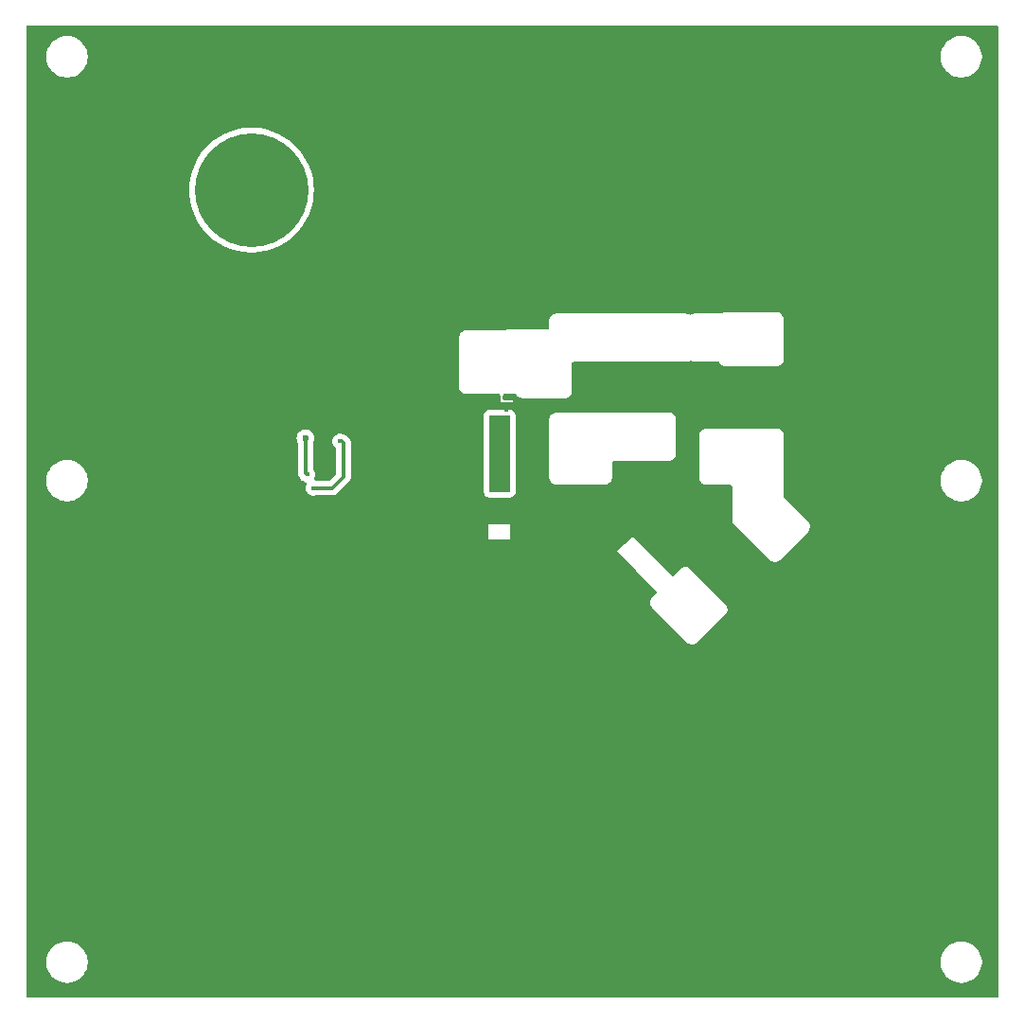
<source format=gbr>
%TF.GenerationSoftware,KiCad,Pcbnew,8.0.0*%
%TF.CreationDate,2024-04-09T17:14:46-07:00*%
%TF.ProjectId,phi2_50MHz_EPC2214,70686932-5f35-4304-9d48-7a5f45504332,rev?*%
%TF.SameCoordinates,Original*%
%TF.FileFunction,Copper,L2,Bot*%
%TF.FilePolarity,Positive*%
%FSLAX46Y46*%
G04 Gerber Fmt 4.6, Leading zero omitted, Abs format (unit mm)*
G04 Created by KiCad (PCBNEW 8.0.0) date 2024-04-09 17:14:46*
%MOMM*%
%LPD*%
G01*
G04 APERTURE LIST*
%TA.AperFunction,ComponentPad*%
%ADD10C,10.160000*%
%TD*%
%TA.AperFunction,ViaPad*%
%ADD11C,0.400000*%
%TD*%
%TA.AperFunction,ViaPad*%
%ADD12C,1.500000*%
%TD*%
%TA.AperFunction,ViaPad*%
%ADD13C,0.600000*%
%TD*%
%TA.AperFunction,ViaPad*%
%ADD14C,1.000000*%
%TD*%
%TA.AperFunction,ViaPad*%
%ADD15C,0.800000*%
%TD*%
%TA.AperFunction,Conductor*%
%ADD16C,0.300000*%
%TD*%
G04 APERTURE END LIST*
D10*
%TO.P,12 V,1,Pin_1*%
%TO.N,+12V*%
X21170000Y-15720000D03*
%TD*%
%TO.P,GND,1,Pin_1*%
%TO.N,GND*%
X42840000Y-20010000D03*
%TD*%
D11*
%TO.N,GND*%
X42030000Y-35050000D03*
X45040000Y-35660000D03*
D12*
X19720000Y-76070000D03*
X26720000Y-76070000D03*
X12720000Y-76070000D03*
X68720000Y-76070000D03*
X40720000Y-76070000D03*
X33720000Y-76070000D03*
X47720000Y-76070000D03*
X61720000Y-76070000D03*
X54720000Y-76070000D03*
X38120000Y-33920000D03*
X38220000Y-28820000D03*
X35470000Y-31320000D03*
X35470000Y-26370000D03*
X68620000Y-69170000D03*
X76205000Y-76200000D03*
D11*
X39320000Y-50325000D03*
X46420000Y-36420000D03*
X46420000Y-40620000D03*
X46420000Y-39220000D03*
X46420000Y-37820000D03*
X41260000Y-35070000D03*
D12*
X61320000Y-45970000D03*
X65560000Y-50560000D03*
X35420000Y-21470000D03*
X63320000Y-48410000D03*
X40620000Y-83180000D03*
X33620000Y-83180000D03*
X26620000Y-83180000D03*
X19620000Y-83180000D03*
X12620000Y-83180000D03*
X83205000Y-76200000D03*
X61620000Y-69170000D03*
X54620000Y-69170000D03*
X33620000Y-69170000D03*
X26620000Y-69170000D03*
X19620000Y-69170000D03*
X12620000Y-69170000D03*
X6205000Y-76200000D03*
X83205000Y-69200000D03*
X76205000Y-69200000D03*
X68620000Y-62170000D03*
X61620000Y-62170000D03*
X54620000Y-62170000D03*
X33620000Y-62170000D03*
X26620000Y-62170000D03*
X19620000Y-62170000D03*
X12620000Y-62170000D03*
X6205000Y-69200000D03*
X83205000Y-62200000D03*
X76205000Y-62200000D03*
X68620000Y-55170000D03*
X54620000Y-55170000D03*
X47620000Y-55170000D03*
X33620000Y-55170000D03*
X26620000Y-55170000D03*
X19620000Y-55170000D03*
X12620000Y-55170000D03*
X6205000Y-62200000D03*
X83205000Y-55200000D03*
X76205000Y-55200000D03*
X33620000Y-48170000D03*
X26620000Y-48170000D03*
X19620000Y-48170000D03*
X12620000Y-48170000D03*
X6205000Y-55200000D03*
X83205000Y-48200000D03*
X76205000Y-48200000D03*
X12620000Y-41170000D03*
X6205000Y-48200000D03*
X76205000Y-41200000D03*
X68620000Y-34170000D03*
X61620000Y-34170000D03*
X54620000Y-34170000D03*
X12620000Y-34170000D03*
X83205000Y-34200000D03*
X76205000Y-34200000D03*
X26620000Y-27170000D03*
X19620000Y-27170000D03*
X12620000Y-27170000D03*
X6205000Y-34200000D03*
X83205000Y-27200000D03*
X76205000Y-27200000D03*
X68620000Y-20170000D03*
X61620000Y-20170000D03*
X54620000Y-20170000D03*
X12620000Y-20170000D03*
X6205000Y-27200000D03*
X83205000Y-20200000D03*
X76205000Y-20200000D03*
X68620000Y-13170000D03*
X61620000Y-13170000D03*
X54620000Y-13170000D03*
X47620000Y-13170000D03*
X40620000Y-13170000D03*
X12620000Y-13170000D03*
X6205000Y-20200000D03*
X83205000Y-13200000D03*
X76205000Y-13200000D03*
X68620000Y-6170000D03*
X61620000Y-6170000D03*
X54620000Y-6170000D03*
X47620000Y-6170000D03*
X40620000Y-6170000D03*
X33620000Y-6170000D03*
X26620000Y-6170000D03*
X19620000Y-6170000D03*
X12620000Y-6170000D03*
X6205000Y-13200000D03*
X76205000Y-6200000D03*
D11*
X42780000Y-34230000D03*
X41290000Y-34290000D03*
%TO.N,+12V*%
X26150000Y-41180000D03*
D13*
X26010000Y-37930000D03*
%TO.N,GND*%
X25970000Y-33830000D03*
D14*
X49020000Y-42580000D03*
X50610000Y-42580000D03*
X52160000Y-42580000D03*
X60680000Y-41100000D03*
X60690000Y-39540000D03*
X60720000Y-38010000D03*
D12*
X49360000Y-46260000D03*
D11*
X42760000Y-35040000D03*
%TO.N,/G*%
X43280000Y-36300000D03*
D12*
%TO.N,GND*%
X58570000Y-41220000D03*
X55020000Y-41170000D03*
X38120000Y-31320000D03*
X38220000Y-26370000D03*
D11*
X45270000Y-40620000D03*
X45270000Y-39220000D03*
X45270000Y-37820000D03*
X45270000Y-36420000D03*
D12*
X59180000Y-43800000D03*
X46750000Y-44290000D03*
X40620000Y-43470000D03*
X51690000Y-31980000D03*
X35470000Y-33870000D03*
X35470000Y-28870000D03*
X35470000Y-23870000D03*
X26620000Y-23870000D03*
X19720000Y-23870000D03*
D15*
X45600000Y-34750000D03*
X46960000Y-34760000D03*
X48370000Y-34770000D03*
D11*
X44717653Y-34170000D03*
D13*
X37870000Y-39420000D03*
D11*
X40920000Y-49995000D03*
D14*
X41895000Y-67270000D03*
D11*
X41720000Y-55845000D03*
D13*
X35420000Y-37770000D03*
X24170000Y-40370000D03*
D14*
X46620000Y-61370000D03*
X51120000Y-48070000D03*
X54520000Y-51470000D03*
D13*
X39080000Y-59450000D03*
X33020000Y-37770000D03*
D14*
X59445000Y-48045000D03*
D13*
X33020000Y-23570000D03*
D11*
X41720000Y-55045000D03*
D13*
X22620000Y-43420000D03*
X33020000Y-21970000D03*
X33020000Y-24420000D03*
X28070000Y-40370000D03*
X33920000Y-37770000D03*
D14*
X46620000Y-66195000D03*
D13*
X36320000Y-37770000D03*
D14*
X51920000Y-47270000D03*
D13*
X33020000Y-25920000D03*
D14*
X58620000Y-47220000D03*
X55245000Y-43895000D03*
D13*
X23320000Y-43420000D03*
D11*
X43976666Y-35346266D03*
D14*
X33220000Y-16570000D03*
X58645000Y-48870000D03*
X55270000Y-52295000D03*
D11*
X42670000Y-58145000D03*
D13*
X28220000Y-36870000D03*
D11*
X43320000Y-53495000D03*
D14*
X40695000Y-61345000D03*
X40670000Y-67270000D03*
D13*
X28070000Y-39470000D03*
D14*
X46645000Y-67270000D03*
X35670000Y-16570000D03*
D13*
X31420000Y-37770000D03*
X27760000Y-35860000D03*
D14*
X56120000Y-51470000D03*
D13*
X30470000Y-37770000D03*
X24770000Y-43070000D03*
X42140000Y-59460000D03*
D14*
X40670000Y-66120000D03*
D13*
X25070000Y-40370000D03*
D14*
X56020000Y-44695000D03*
D11*
X45720000Y-49995000D03*
X44970000Y-53745000D03*
D13*
X20570000Y-43420000D03*
D11*
X43320000Y-49995000D03*
D13*
X33020000Y-26820000D03*
D14*
X40695000Y-62495000D03*
D13*
X28070000Y-41320000D03*
D11*
X24570000Y-38970000D03*
D14*
X41870000Y-61345000D03*
D11*
X47320000Y-50195000D03*
D14*
X46620000Y-62520000D03*
D13*
X21270000Y-43420000D03*
D14*
X45445000Y-67270000D03*
X51920000Y-48870000D03*
X54495000Y-44745000D03*
D11*
X42670000Y-57295000D03*
D13*
X33020000Y-21120000D03*
D11*
X40420000Y-57945000D03*
D14*
X45470000Y-61370000D03*
D11*
X41520000Y-53695000D03*
%TO.N,Net-(U1-SW)*%
X29095000Y-38220000D03*
X26720000Y-42370000D03*
%TO.N,/G*%
X44110000Y-40640000D03*
X44130000Y-37830000D03*
X44110000Y-39210000D03*
X42670000Y-37800000D03*
X42670000Y-39210000D03*
X42680000Y-40600000D03*
X44120000Y-36420000D03*
X42660000Y-36410000D03*
%TD*%
D16*
%TO.N,+12V*%
X26010000Y-41040000D02*
X26010000Y-37930000D01*
X26150000Y-41180000D02*
X26010000Y-41040000D01*
%TO.N,Net-(U1-SW)*%
X29420000Y-41370000D02*
X29420000Y-38370000D01*
X29420000Y-38370000D02*
X29270000Y-38220000D01*
X29270000Y-38220000D02*
X29095000Y-38220000D01*
X28420000Y-42370000D02*
X29420000Y-41370000D01*
X26720000Y-42370000D02*
X28420000Y-42370000D01*
%TD*%
%TA.AperFunction,Conductor*%
%TO.N,/G*%
G36*
X44253039Y-35879685D02*
G01*
X44298794Y-35932489D01*
X44310000Y-35984000D01*
X44310000Y-42616000D01*
X44290315Y-42683039D01*
X44237511Y-42728794D01*
X44186000Y-42740000D01*
X42554000Y-42740000D01*
X42486961Y-42720315D01*
X42441206Y-42667511D01*
X42430000Y-42616000D01*
X42430000Y-35984000D01*
X42449685Y-35916961D01*
X42502489Y-35871206D01*
X42554000Y-35860000D01*
X44186000Y-35860000D01*
X44253039Y-35879685D01*
G37*
%TD.AperFunction*%
%TD*%
%TA.AperFunction,Conductor*%
%TO.N,GND*%
G36*
X87947539Y-1020185D02*
G01*
X87993294Y-1072989D01*
X88004500Y-1124500D01*
X88004500Y-87875500D01*
X87984815Y-87942539D01*
X87932011Y-87988294D01*
X87880500Y-87999500D01*
X1129500Y-87999500D01*
X1062461Y-87979815D01*
X1016706Y-87927011D01*
X1005500Y-87875500D01*
X1005500Y-84921288D01*
X2819500Y-84921288D01*
X2851161Y-85161785D01*
X2913947Y-85396104D01*
X3006773Y-85620205D01*
X3006776Y-85620212D01*
X3128064Y-85830289D01*
X3128066Y-85830292D01*
X3128067Y-85830293D01*
X3275733Y-86022736D01*
X3275739Y-86022743D01*
X3447256Y-86194260D01*
X3447262Y-86194265D01*
X3639711Y-86341936D01*
X3849788Y-86463224D01*
X4073900Y-86556054D01*
X4308211Y-86618838D01*
X4488586Y-86642584D01*
X4548711Y-86650500D01*
X4548712Y-86650500D01*
X4791289Y-86650500D01*
X4839388Y-86644167D01*
X5031789Y-86618838D01*
X5266100Y-86556054D01*
X5490212Y-86463224D01*
X5700289Y-86341936D01*
X5892738Y-86194265D01*
X6064265Y-86022738D01*
X6211936Y-85830289D01*
X6333224Y-85620212D01*
X6426054Y-85396100D01*
X6488838Y-85161789D01*
X6520500Y-84921288D01*
X82819500Y-84921288D01*
X82851161Y-85161785D01*
X82913947Y-85396104D01*
X83006773Y-85620205D01*
X83006776Y-85620212D01*
X83128064Y-85830289D01*
X83128066Y-85830292D01*
X83128067Y-85830293D01*
X83275733Y-86022736D01*
X83275739Y-86022743D01*
X83447256Y-86194260D01*
X83447262Y-86194265D01*
X83639711Y-86341936D01*
X83849788Y-86463224D01*
X84073900Y-86556054D01*
X84308211Y-86618838D01*
X84488586Y-86642584D01*
X84548711Y-86650500D01*
X84548712Y-86650500D01*
X84791289Y-86650500D01*
X84839388Y-86644167D01*
X85031789Y-86618838D01*
X85266100Y-86556054D01*
X85490212Y-86463224D01*
X85700289Y-86341936D01*
X85892738Y-86194265D01*
X86064265Y-86022738D01*
X86211936Y-85830289D01*
X86333224Y-85620212D01*
X86426054Y-85396100D01*
X86488838Y-85161789D01*
X86520500Y-84921288D01*
X86520500Y-84678712D01*
X86488838Y-84438211D01*
X86426054Y-84203900D01*
X86333224Y-83979788D01*
X86211936Y-83769711D01*
X86064265Y-83577262D01*
X86064260Y-83577256D01*
X85892743Y-83405739D01*
X85892736Y-83405733D01*
X85700293Y-83258067D01*
X85700292Y-83258066D01*
X85700289Y-83258064D01*
X85490212Y-83136776D01*
X85490205Y-83136773D01*
X85266104Y-83043947D01*
X85031785Y-82981161D01*
X84791289Y-82949500D01*
X84791288Y-82949500D01*
X84548712Y-82949500D01*
X84548711Y-82949500D01*
X84308214Y-82981161D01*
X84073895Y-83043947D01*
X83849794Y-83136773D01*
X83849785Y-83136777D01*
X83639706Y-83258067D01*
X83447263Y-83405733D01*
X83447256Y-83405739D01*
X83275739Y-83577256D01*
X83275733Y-83577263D01*
X83128067Y-83769706D01*
X83006777Y-83979785D01*
X83006773Y-83979794D01*
X82913947Y-84203895D01*
X82851161Y-84438214D01*
X82819500Y-84678711D01*
X82819500Y-84921288D01*
X6520500Y-84921288D01*
X6520500Y-84678712D01*
X6488838Y-84438211D01*
X6426054Y-84203900D01*
X6333224Y-83979788D01*
X6211936Y-83769711D01*
X6064265Y-83577262D01*
X6064260Y-83577256D01*
X5892743Y-83405739D01*
X5892736Y-83405733D01*
X5700293Y-83258067D01*
X5700292Y-83258066D01*
X5700289Y-83258064D01*
X5490212Y-83136776D01*
X5490205Y-83136773D01*
X5266104Y-83043947D01*
X5031785Y-82981161D01*
X4791289Y-82949500D01*
X4791288Y-82949500D01*
X4548712Y-82949500D01*
X4548711Y-82949500D01*
X4308214Y-82981161D01*
X4073895Y-83043947D01*
X3849794Y-83136773D01*
X3849785Y-83136777D01*
X3639706Y-83258067D01*
X3447263Y-83405733D01*
X3447256Y-83405739D01*
X3275739Y-83577256D01*
X3275733Y-83577263D01*
X3128067Y-83769706D01*
X3006777Y-83979785D01*
X3006773Y-83979794D01*
X2913947Y-84203895D01*
X2851161Y-84438214D01*
X2819500Y-84678711D01*
X2819500Y-84921288D01*
X1005500Y-84921288D01*
X1005500Y-48020001D01*
X53870000Y-48020001D01*
X57364377Y-51612811D01*
X57397008Y-51674593D01*
X57391056Y-51744209D01*
X57363168Y-51786947D01*
X57000242Y-52149873D01*
X57000225Y-52149891D01*
X56932438Y-52234009D01*
X56932434Y-52234014D01*
X56903926Y-52278371D01*
X56855552Y-52375012D01*
X56855548Y-52375023D01*
X56824969Y-52515595D01*
X56824968Y-52515607D01*
X56819984Y-52585299D01*
X56830248Y-52728810D01*
X56880530Y-52863619D01*
X56914015Y-52924942D01*
X57000239Y-53040123D01*
X57000243Y-53040127D01*
X57000248Y-53040133D01*
X60149873Y-56189757D01*
X60149891Y-56189774D01*
X60234009Y-56257561D01*
X60234019Y-56257569D01*
X60278366Y-56286070D01*
X60278371Y-56286073D01*
X60325113Y-56309470D01*
X60375015Y-56334449D01*
X60375021Y-56334450D01*
X60375023Y-56334451D01*
X60515595Y-56365030D01*
X60515599Y-56365030D01*
X60515607Y-56365032D01*
X60576576Y-56369392D01*
X60585297Y-56370016D01*
X60585299Y-56370016D01*
X60585300Y-56370016D01*
X60594878Y-56369330D01*
X60728810Y-56359752D01*
X60863619Y-56309470D01*
X60924942Y-56275985D01*
X61040123Y-56189761D01*
X63564761Y-53665123D01*
X63564767Y-53665114D01*
X63564774Y-53665108D01*
X63602033Y-53618872D01*
X63632569Y-53580981D01*
X63661070Y-53536634D01*
X63709449Y-53439985D01*
X63740032Y-53299393D01*
X63745016Y-53229701D01*
X63734752Y-53086190D01*
X63684470Y-52951381D01*
X63650985Y-52890058D01*
X63564761Y-52774877D01*
X63564756Y-52774872D01*
X63564751Y-52774866D01*
X60415126Y-49625242D01*
X60415108Y-49625225D01*
X60330990Y-49557438D01*
X60330985Y-49557434D01*
X60330983Y-49557433D01*
X60330981Y-49557431D01*
X60286634Y-49528930D01*
X60286635Y-49528930D01*
X60286628Y-49528926D01*
X60189987Y-49480552D01*
X60189986Y-49480551D01*
X60189985Y-49480551D01*
X60189983Y-49480550D01*
X60189976Y-49480548D01*
X60049404Y-49449969D01*
X60049393Y-49449968D01*
X60026162Y-49448306D01*
X59979703Y-49444984D01*
X59979700Y-49444984D01*
X59836189Y-49455248D01*
X59701385Y-49505528D01*
X59640060Y-49539013D01*
X59524878Y-49625238D01*
X59524866Y-49625248D01*
X58938493Y-50211621D01*
X58877170Y-50245106D01*
X58807478Y-50240122D01*
X58762520Y-50211006D01*
X55320000Y-46720000D01*
X53870000Y-48020000D01*
X53870000Y-48020001D01*
X1005500Y-48020001D01*
X1005500Y-45605000D01*
X42380000Y-45605000D01*
X42380000Y-47005000D01*
X44310000Y-47005000D01*
X44310000Y-45605000D01*
X42380000Y-45605000D01*
X1005500Y-45605000D01*
X1005500Y-41841288D01*
X2819500Y-41841288D01*
X2851161Y-42081785D01*
X2913947Y-42316104D01*
X2936272Y-42370000D01*
X3006776Y-42540212D01*
X3128064Y-42750289D01*
X3128066Y-42750292D01*
X3128067Y-42750293D01*
X3275733Y-42942736D01*
X3275739Y-42942743D01*
X3447256Y-43114260D01*
X3447263Y-43114266D01*
X3488058Y-43145569D01*
X3639711Y-43261936D01*
X3849788Y-43383224D01*
X4073900Y-43476054D01*
X4308211Y-43538838D01*
X4488586Y-43562584D01*
X4548711Y-43570500D01*
X4548712Y-43570500D01*
X4791289Y-43570500D01*
X4839388Y-43564167D01*
X5031789Y-43538838D01*
X5266100Y-43476054D01*
X5490212Y-43383224D01*
X5700289Y-43261936D01*
X5892738Y-43114265D01*
X6064265Y-42942738D01*
X6211936Y-42750289D01*
X6333224Y-42540212D01*
X6426054Y-42316100D01*
X6488838Y-42081789D01*
X6520500Y-41841288D01*
X6520500Y-41598712D01*
X6518690Y-41584967D01*
X6508903Y-41510625D01*
X6488838Y-41358211D01*
X6426054Y-41123900D01*
X6333224Y-40899788D01*
X6211936Y-40689711D01*
X6064265Y-40497262D01*
X6064260Y-40497256D01*
X5892743Y-40325739D01*
X5892736Y-40325733D01*
X5700293Y-40178067D01*
X5700292Y-40178066D01*
X5700289Y-40178064D01*
X5490212Y-40056776D01*
X5490205Y-40056773D01*
X5266104Y-39963947D01*
X5031785Y-39901161D01*
X4791289Y-39869500D01*
X4791288Y-39869500D01*
X4548712Y-39869500D01*
X4548711Y-39869500D01*
X4308214Y-39901161D01*
X4073895Y-39963947D01*
X3849794Y-40056773D01*
X3849785Y-40056777D01*
X3639706Y-40178067D01*
X3447263Y-40325733D01*
X3447256Y-40325739D01*
X3275739Y-40497256D01*
X3275733Y-40497263D01*
X3128067Y-40689706D01*
X3006777Y-40899785D01*
X3006773Y-40899794D01*
X2913947Y-41123895D01*
X2851161Y-41358214D01*
X2819500Y-41598711D01*
X2819500Y-41841288D01*
X1005500Y-41841288D01*
X1005500Y-37930003D01*
X25204435Y-37930003D01*
X25224630Y-38109249D01*
X25224631Y-38109254D01*
X25284211Y-38279524D01*
X25340493Y-38369094D01*
X25359500Y-38435067D01*
X25359500Y-41104071D01*
X25374604Y-41180000D01*
X25374604Y-41180001D01*
X25384497Y-41229736D01*
X25384499Y-41229744D01*
X25433535Y-41348129D01*
X25497484Y-41443835D01*
X25510323Y-41468752D01*
X25525182Y-41507930D01*
X25621817Y-41647929D01*
X25702604Y-41719500D01*
X25749150Y-41760736D01*
X25899774Y-41839790D01*
X25942067Y-41850214D01*
X26013128Y-41867728D01*
X26073508Y-41902884D01*
X26105297Y-41965103D01*
X26098402Y-42034631D01*
X26096202Y-42039379D01*
X26034860Y-42201125D01*
X26034859Y-42201130D01*
X26014355Y-42370000D01*
X26034859Y-42538869D01*
X26034860Y-42538874D01*
X26095182Y-42697931D01*
X26148357Y-42774967D01*
X26191817Y-42837929D01*
X26297505Y-42931560D01*
X26319150Y-42950736D01*
X26467428Y-43028558D01*
X26469775Y-43029790D01*
X26634944Y-43070500D01*
X26805056Y-43070500D01*
X26970225Y-43029790D01*
X26970230Y-43029787D01*
X26973473Y-43028558D01*
X27017445Y-43020500D01*
X28484071Y-43020500D01*
X28594481Y-42998537D01*
X28609744Y-42995501D01*
X28728127Y-42946465D01*
X28733698Y-42942743D01*
X28733707Y-42942737D01*
X28831336Y-42877504D01*
X28834669Y-42875277D01*
X29093946Y-42616000D01*
X41924500Y-42616000D01*
X41924501Y-42616009D01*
X41936052Y-42723450D01*
X41936054Y-42723462D01*
X41947260Y-42774972D01*
X41981383Y-42877497D01*
X41981386Y-42877503D01*
X42059171Y-42998537D01*
X42059179Y-42998548D01*
X42104923Y-43051340D01*
X42104926Y-43051343D01*
X42104930Y-43051347D01*
X42213664Y-43145567D01*
X42213667Y-43145568D01*
X42213668Y-43145569D01*
X42307925Y-43188616D01*
X42344541Y-43205338D01*
X42411580Y-43225023D01*
X42411584Y-43225024D01*
X42554000Y-43245500D01*
X42554003Y-43245500D01*
X44185990Y-43245500D01*
X44186000Y-43245500D01*
X44293456Y-43233947D01*
X44344967Y-43222741D01*
X44379197Y-43211347D01*
X44447497Y-43188616D01*
X44447501Y-43188613D01*
X44447504Y-43188613D01*
X44568543Y-43110825D01*
X44621347Y-43065070D01*
X44715567Y-42956336D01*
X44775338Y-42825459D01*
X44795023Y-42758420D01*
X44795024Y-42758416D01*
X44815500Y-42616000D01*
X44815500Y-40648699D01*
X44815645Y-40646301D01*
X44815645Y-40633713D01*
X44815500Y-40631312D01*
X44815500Y-39378640D01*
X47794500Y-39378640D01*
X47797397Y-39432688D01*
X47797397Y-39432689D01*
X47800228Y-39459013D01*
X47800231Y-39459040D01*
X47802903Y-39475522D01*
X47804500Y-39495361D01*
X47804500Y-41426000D01*
X47804501Y-41426009D01*
X47816052Y-41533450D01*
X47816054Y-41533462D01*
X47827260Y-41584972D01*
X47861383Y-41687497D01*
X47861386Y-41687503D01*
X47939171Y-41808537D01*
X47939179Y-41808548D01*
X47984923Y-41861340D01*
X47984926Y-41861343D01*
X47984930Y-41861347D01*
X48093664Y-41955567D01*
X48093667Y-41955568D01*
X48093668Y-41955569D01*
X48214098Y-42010569D01*
X48224541Y-42015338D01*
X48291580Y-42035023D01*
X48291584Y-42035024D01*
X48434000Y-42055500D01*
X48434003Y-42055500D01*
X52795990Y-42055500D01*
X52796000Y-42055500D01*
X52903456Y-42043947D01*
X52954967Y-42032741D01*
X52989197Y-42021347D01*
X53057497Y-41998616D01*
X53057501Y-41998613D01*
X53057504Y-41998613D01*
X53178543Y-41920825D01*
X53231347Y-41875070D01*
X53325567Y-41766336D01*
X53385338Y-41635459D01*
X53405023Y-41568420D01*
X53405024Y-41568416D01*
X53417592Y-41481000D01*
X61239500Y-41481000D01*
X61239501Y-41481009D01*
X61251052Y-41588450D01*
X61251054Y-41588462D01*
X61262260Y-41639972D01*
X61296383Y-41742497D01*
X61296386Y-41742503D01*
X61374171Y-41863537D01*
X61374179Y-41863548D01*
X61419923Y-41916340D01*
X61419926Y-41916343D01*
X61419930Y-41916347D01*
X61528664Y-42010567D01*
X61528667Y-42010568D01*
X61528668Y-42010569D01*
X61627046Y-42055498D01*
X61659541Y-42070338D01*
X61726580Y-42090023D01*
X61726584Y-42090024D01*
X61869000Y-42110500D01*
X64040500Y-42110500D01*
X64107539Y-42130185D01*
X64153294Y-42182989D01*
X64164500Y-42234500D01*
X64164500Y-45193640D01*
X64167397Y-45247688D01*
X64167397Y-45247689D01*
X64170229Y-45274022D01*
X64170232Y-45274049D01*
X64178885Y-45327449D01*
X64178886Y-45327450D01*
X64229167Y-45462256D01*
X64235847Y-45474489D01*
X64235852Y-45474499D01*
X64262648Y-45523573D01*
X64262649Y-45523574D01*
X64262652Y-45523579D01*
X64348877Y-45638761D01*
X64348881Y-45638765D01*
X64348886Y-45638771D01*
X67524873Y-48814757D01*
X67524891Y-48814774D01*
X67609009Y-48882561D01*
X67609019Y-48882569D01*
X67653366Y-48911070D01*
X67653371Y-48911073D01*
X67700113Y-48934470D01*
X67750015Y-48959449D01*
X67750021Y-48959450D01*
X67750023Y-48959451D01*
X67890595Y-48990030D01*
X67890599Y-48990030D01*
X67890607Y-48990032D01*
X67951576Y-48994392D01*
X67960297Y-48995016D01*
X67960299Y-48995016D01*
X67960300Y-48995016D01*
X67969878Y-48994330D01*
X68103810Y-48984752D01*
X68238619Y-48934470D01*
X68299942Y-48900985D01*
X68415123Y-48814761D01*
X70939761Y-46290123D01*
X70939767Y-46290114D01*
X70939774Y-46290108D01*
X70977033Y-46243872D01*
X71007569Y-46205981D01*
X71036070Y-46161634D01*
X71084449Y-46064985D01*
X71115032Y-45924393D01*
X71120016Y-45854701D01*
X71109752Y-45711190D01*
X71059470Y-45576381D01*
X71025985Y-45515058D01*
X70939761Y-45399877D01*
X70939756Y-45399872D01*
X70939751Y-45399866D01*
X68836819Y-43296934D01*
X68803334Y-43235611D01*
X68800500Y-43209253D01*
X68800500Y-41841288D01*
X82819500Y-41841288D01*
X82851161Y-42081785D01*
X82913947Y-42316104D01*
X82936272Y-42370000D01*
X83006776Y-42540212D01*
X83128064Y-42750289D01*
X83128066Y-42750292D01*
X83128067Y-42750293D01*
X83275733Y-42942736D01*
X83275739Y-42942743D01*
X83447256Y-43114260D01*
X83447263Y-43114266D01*
X83488058Y-43145569D01*
X83639711Y-43261936D01*
X83849788Y-43383224D01*
X84073900Y-43476054D01*
X84308211Y-43538838D01*
X84488586Y-43562584D01*
X84548711Y-43570500D01*
X84548712Y-43570500D01*
X84791289Y-43570500D01*
X84839388Y-43564167D01*
X85031789Y-43538838D01*
X85266100Y-43476054D01*
X85490212Y-43383224D01*
X85700289Y-43261936D01*
X85892738Y-43114265D01*
X86064265Y-42942738D01*
X86211936Y-42750289D01*
X86333224Y-42540212D01*
X86426054Y-42316100D01*
X86488838Y-42081789D01*
X86520500Y-41841288D01*
X86520500Y-41598712D01*
X86518690Y-41584967D01*
X86508903Y-41510625D01*
X86488838Y-41358211D01*
X86426054Y-41123900D01*
X86333224Y-40899788D01*
X86211936Y-40689711D01*
X86064265Y-40497262D01*
X86064260Y-40497256D01*
X85892743Y-40325739D01*
X85892736Y-40325733D01*
X85700293Y-40178067D01*
X85700292Y-40178066D01*
X85700289Y-40178064D01*
X85490212Y-40056776D01*
X85490205Y-40056773D01*
X85266104Y-39963947D01*
X85031785Y-39901161D01*
X84791289Y-39869500D01*
X84791288Y-39869500D01*
X84548712Y-39869500D01*
X84548711Y-39869500D01*
X84308214Y-39901161D01*
X84073895Y-39963947D01*
X83849794Y-40056773D01*
X83849785Y-40056777D01*
X83639706Y-40178067D01*
X83447263Y-40325733D01*
X83447256Y-40325739D01*
X83275739Y-40497256D01*
X83275733Y-40497263D01*
X83128067Y-40689706D01*
X83006777Y-40899785D01*
X83006773Y-40899794D01*
X82913947Y-41123895D01*
X82851161Y-41358214D01*
X82819500Y-41598711D01*
X82819500Y-41841288D01*
X68800500Y-41841288D01*
X68800500Y-37694010D01*
X68800500Y-37694000D01*
X68788947Y-37586544D01*
X68777741Y-37535033D01*
X68743612Y-37432494D01*
X68665823Y-37311454D01*
X68660018Y-37304755D01*
X68660015Y-37304751D01*
X68620068Y-37258650D01*
X68620066Y-37258648D01*
X68511336Y-37164433D01*
X68380462Y-37104663D01*
X68313417Y-37084976D01*
X68251347Y-37076052D01*
X68171000Y-37064500D01*
X61869000Y-37064500D01*
X61868991Y-37064500D01*
X61868990Y-37064501D01*
X61761549Y-37076052D01*
X61761537Y-37076054D01*
X61710027Y-37087260D01*
X61607502Y-37121383D01*
X61607496Y-37121386D01*
X61486462Y-37199171D01*
X61486451Y-37199179D01*
X61433659Y-37244923D01*
X61339433Y-37353664D01*
X61339430Y-37353668D01*
X61279664Y-37484534D01*
X61259976Y-37551582D01*
X61254949Y-37586549D01*
X61239500Y-37694000D01*
X61239500Y-41481000D01*
X53417592Y-41481000D01*
X53425500Y-41426000D01*
X53425500Y-40069500D01*
X53445185Y-40002461D01*
X53497989Y-39956706D01*
X53549500Y-39945500D01*
X58515990Y-39945500D01*
X58516000Y-39945500D01*
X58623456Y-39933947D01*
X58674967Y-39922741D01*
X58709197Y-39911347D01*
X58777497Y-39888616D01*
X58777501Y-39888613D01*
X58777504Y-39888613D01*
X58898543Y-39810825D01*
X58951347Y-39765070D01*
X59045567Y-39656336D01*
X59105338Y-39525459D01*
X59125023Y-39458420D01*
X59125024Y-39458416D01*
X59145500Y-39316000D01*
X59145500Y-36264000D01*
X59133947Y-36156544D01*
X59122741Y-36105033D01*
X59122637Y-36104722D01*
X59088616Y-36002502D01*
X59088613Y-36002496D01*
X59010828Y-35881462D01*
X59010825Y-35881457D01*
X58976275Y-35841584D01*
X58965076Y-35828659D01*
X58965072Y-35828656D01*
X58965070Y-35828653D01*
X58856336Y-35734433D01*
X58856333Y-35734431D01*
X58856331Y-35734430D01*
X58725465Y-35674664D01*
X58725460Y-35674662D01*
X58725459Y-35674662D01*
X58658420Y-35654977D01*
X58658422Y-35654977D01*
X58658417Y-35654976D01*
X58596347Y-35646052D01*
X58516000Y-35634500D01*
X48424000Y-35634500D01*
X48423991Y-35634500D01*
X48423990Y-35634501D01*
X48316549Y-35646052D01*
X48316537Y-35646054D01*
X48265027Y-35657260D01*
X48162502Y-35691383D01*
X48162496Y-35691386D01*
X48041462Y-35769171D01*
X48041451Y-35769179D01*
X47988659Y-35814923D01*
X47894433Y-35923664D01*
X47894430Y-35923668D01*
X47834664Y-36054534D01*
X47814976Y-36121582D01*
X47809949Y-36156549D01*
X47794502Y-36263990D01*
X47794500Y-36264001D01*
X47794500Y-39378640D01*
X44815500Y-39378640D01*
X44815500Y-39218699D01*
X44815645Y-39216301D01*
X44815645Y-39203713D01*
X44815500Y-39201312D01*
X44815500Y-38003408D01*
X44816404Y-37988461D01*
X44823502Y-37930003D01*
X44835645Y-37830000D01*
X44816404Y-37671537D01*
X44815500Y-37656590D01*
X44815500Y-36511051D01*
X44816404Y-36496104D01*
X44825645Y-36420000D01*
X44816404Y-36343893D01*
X44815500Y-36328947D01*
X44815500Y-35984010D01*
X44815500Y-35984000D01*
X44803947Y-35876544D01*
X44792741Y-35825033D01*
X44789376Y-35814923D01*
X44758616Y-35722502D01*
X44758613Y-35722496D01*
X44727873Y-35674664D01*
X44680825Y-35601457D01*
X44680820Y-35601451D01*
X44635076Y-35548659D01*
X44635072Y-35548656D01*
X44635070Y-35548653D01*
X44526336Y-35454433D01*
X44526333Y-35454431D01*
X44526331Y-35454430D01*
X44395465Y-35394664D01*
X44395460Y-35394662D01*
X44395459Y-35394662D01*
X44328420Y-35374977D01*
X44328422Y-35374977D01*
X44328417Y-35374976D01*
X44266347Y-35366052D01*
X44186000Y-35354500D01*
X42554000Y-35354500D01*
X42553991Y-35354500D01*
X42553990Y-35354501D01*
X42446549Y-35366052D01*
X42446537Y-35366054D01*
X42395027Y-35377260D01*
X42292502Y-35411383D01*
X42292496Y-35411386D01*
X42171462Y-35489171D01*
X42171451Y-35489179D01*
X42118659Y-35534923D01*
X42024433Y-35643664D01*
X42024430Y-35643668D01*
X41964664Y-35774534D01*
X41944976Y-35841582D01*
X41933175Y-35923664D01*
X41924500Y-35984000D01*
X41924500Y-42616000D01*
X29093946Y-42616000D01*
X29925277Y-41784669D01*
X29996466Y-41678126D01*
X30029360Y-41598712D01*
X30045501Y-41559744D01*
X30066319Y-41455087D01*
X30070500Y-41434071D01*
X30070500Y-38305928D01*
X30045502Y-38180261D01*
X30045501Y-38180260D01*
X30045501Y-38180256D01*
X29996465Y-38061873D01*
X29925277Y-37955331D01*
X29925275Y-37955329D01*
X29925273Y-37955326D01*
X29684673Y-37714726D01*
X29653669Y-37694010D01*
X29578127Y-37643535D01*
X29459744Y-37594499D01*
X29459742Y-37594498D01*
X29459737Y-37594496D01*
X29398108Y-37582238D01*
X29364672Y-37570417D01*
X29345224Y-37560209D01*
X29180056Y-37519500D01*
X29009944Y-37519500D01*
X28844773Y-37560210D01*
X28694150Y-37639263D01*
X28566816Y-37752072D01*
X28470182Y-37892068D01*
X28409860Y-38051125D01*
X28409859Y-38051130D01*
X28389355Y-38220000D01*
X28409859Y-38388869D01*
X28409860Y-38388874D01*
X28470182Y-38547931D01*
X28532475Y-38638177D01*
X28566817Y-38687929D01*
X28694148Y-38800734D01*
X28703124Y-38805445D01*
X28753337Y-38854027D01*
X28769500Y-38915242D01*
X28769500Y-41049192D01*
X28749815Y-41116231D01*
X28733181Y-41136873D01*
X28186873Y-41683181D01*
X28125550Y-41716666D01*
X28099192Y-41719500D01*
X27017445Y-41719500D01*
X26973473Y-41711442D01*
X26970223Y-41710209D01*
X26856871Y-41682271D01*
X26796490Y-41647115D01*
X26764702Y-41584896D01*
X26771598Y-41515367D01*
X26773795Y-41510625D01*
X26774815Y-41507932D01*
X26774818Y-41507930D01*
X26835140Y-41348872D01*
X26855645Y-41180000D01*
X26835140Y-41011128D01*
X26774818Y-40852070D01*
X26774817Y-40852068D01*
X26682450Y-40718252D01*
X26660567Y-40651898D01*
X26660500Y-40647812D01*
X26660500Y-38435067D01*
X26679507Y-38369094D01*
X26735788Y-38279524D01*
X26735789Y-38279522D01*
X26795368Y-38109255D01*
X26801917Y-38051130D01*
X26815565Y-37930003D01*
X26815565Y-37929996D01*
X26795369Y-37750750D01*
X26795368Y-37750745D01*
X26782763Y-37714723D01*
X26735789Y-37580478D01*
X26717632Y-37551582D01*
X26642804Y-37432494D01*
X26639816Y-37427738D01*
X26512262Y-37300184D01*
X26504858Y-37295532D01*
X26359523Y-37204211D01*
X26189254Y-37144631D01*
X26189249Y-37144630D01*
X26010004Y-37124435D01*
X26009996Y-37124435D01*
X25830750Y-37144630D01*
X25830745Y-37144631D01*
X25660476Y-37204211D01*
X25507737Y-37300184D01*
X25380184Y-37427737D01*
X25284211Y-37580476D01*
X25224631Y-37750745D01*
X25224630Y-37750750D01*
X25204435Y-37929996D01*
X25204435Y-37930003D01*
X1005500Y-37930003D01*
X1005500Y-33336000D01*
X39744500Y-33336000D01*
X39744501Y-33336009D01*
X39756052Y-33443450D01*
X39756054Y-33443462D01*
X39767260Y-33494972D01*
X39801383Y-33597497D01*
X39801386Y-33597503D01*
X39879171Y-33718537D01*
X39879179Y-33718548D01*
X39924923Y-33771340D01*
X39924926Y-33771343D01*
X39924930Y-33771347D01*
X40033664Y-33865567D01*
X40033667Y-33865568D01*
X40033668Y-33865569D01*
X40153222Y-33920169D01*
X40164541Y-33925338D01*
X40231580Y-33945023D01*
X40231584Y-33945024D01*
X40374000Y-33965500D01*
X43296000Y-33965500D01*
X43363039Y-33985185D01*
X43408794Y-34037989D01*
X43420000Y-34089500D01*
X43420000Y-34730000D01*
X43583930Y-34730000D01*
X43625686Y-34742261D01*
X43647553Y-34742261D01*
X44527553Y-34742261D01*
X44527553Y-34502261D01*
X43784000Y-34502261D01*
X43716961Y-34482576D01*
X43671206Y-34429772D01*
X43660000Y-34378261D01*
X43660000Y-34089500D01*
X43679685Y-34022461D01*
X43732489Y-33976706D01*
X43784000Y-33965500D01*
X44734145Y-33965500D01*
X44801184Y-33985185D01*
X44817998Y-33998885D01*
X44818249Y-33998603D01*
X44853416Y-34029759D01*
X44873238Y-34052133D01*
X44878160Y-34059264D01*
X44942236Y-34134966D01*
X44942242Y-34134972D01*
X44976989Y-34168674D01*
X44976992Y-34168677D01*
X44977000Y-34168684D01*
X45054637Y-34230427D01*
X45185373Y-34290508D01*
X45252366Y-34310352D01*
X45394730Y-34331167D01*
X49171555Y-34340160D01*
X49189499Y-34340203D01*
X49189499Y-34340202D01*
X49189501Y-34340203D01*
X49297577Y-34328778D01*
X49349383Y-34317572D01*
X49452504Y-34283317D01*
X49573543Y-34205529D01*
X49626347Y-34159774D01*
X49720567Y-34051040D01*
X49780338Y-33920163D01*
X49800023Y-33853124D01*
X49800024Y-33853120D01*
X49820500Y-33710704D01*
X49820500Y-31224500D01*
X49840185Y-31157461D01*
X49892989Y-31111706D01*
X49944500Y-31100500D01*
X60095990Y-31100500D01*
X60096000Y-31100500D01*
X60203456Y-31088947D01*
X60254967Y-31077741D01*
X60289197Y-31066347D01*
X60357497Y-31043616D01*
X60357498Y-31043615D01*
X60357498Y-31043614D01*
X60357504Y-31043613D01*
X60425442Y-30999950D01*
X60492479Y-30980267D01*
X60543991Y-30991472D01*
X60640041Y-31035338D01*
X60707080Y-31055023D01*
X60707084Y-31055024D01*
X60849500Y-31075500D01*
X62933110Y-31075500D01*
X63000149Y-31095185D01*
X63037425Y-31132460D01*
X63099170Y-31228537D01*
X63099179Y-31228548D01*
X63144923Y-31281340D01*
X63144926Y-31281343D01*
X63144930Y-31281347D01*
X63253664Y-31375567D01*
X63253667Y-31375568D01*
X63253668Y-31375569D01*
X63347925Y-31418616D01*
X63384541Y-31435338D01*
X63451580Y-31455023D01*
X63451584Y-31455024D01*
X63594000Y-31475500D01*
X63594003Y-31475500D01*
X68145990Y-31475500D01*
X68146000Y-31475500D01*
X68253456Y-31463947D01*
X68304967Y-31452741D01*
X68339197Y-31441347D01*
X68407497Y-31418616D01*
X68407501Y-31418613D01*
X68407504Y-31418613D01*
X68528543Y-31340825D01*
X68581347Y-31295070D01*
X68675567Y-31186336D01*
X68735338Y-31055459D01*
X68755023Y-30988420D01*
X68755024Y-30988416D01*
X68775500Y-30846000D01*
X68775500Y-27269000D01*
X68763947Y-27161544D01*
X68752741Y-27110033D01*
X68742302Y-27078668D01*
X68718616Y-27007502D01*
X68718613Y-27007496D01*
X68640825Y-26886457D01*
X68636112Y-26881018D01*
X68595076Y-26833659D01*
X68595072Y-26833656D01*
X68595070Y-26833653D01*
X68486336Y-26739433D01*
X68486333Y-26739431D01*
X68486331Y-26739430D01*
X68355465Y-26679664D01*
X68355460Y-26679662D01*
X68355459Y-26679662D01*
X68288420Y-26659977D01*
X68288422Y-26659977D01*
X68288417Y-26659976D01*
X68226347Y-26651052D01*
X68146000Y-26639500D01*
X63594000Y-26639500D01*
X63593991Y-26639500D01*
X63593990Y-26639501D01*
X63486549Y-26651052D01*
X63486537Y-26651054D01*
X63435027Y-26662260D01*
X63332502Y-26696383D01*
X63332496Y-26696386D01*
X63257141Y-26744815D01*
X63190101Y-26764500D01*
X60847514Y-26764500D01*
X60713797Y-26782510D01*
X60713786Y-26782512D01*
X60650504Y-26799873D01*
X60526299Y-26852626D01*
X60526296Y-26852628D01*
X60524246Y-26854281D01*
X60521960Y-26855227D01*
X60518930Y-26857044D01*
X60518660Y-26856594D01*
X60459694Y-26881018D01*
X60394930Y-26870522D01*
X60305465Y-26829664D01*
X60305460Y-26829662D01*
X60305459Y-26829662D01*
X60238420Y-26809977D01*
X60238422Y-26809977D01*
X60238417Y-26809976D01*
X60176347Y-26801052D01*
X60096000Y-26789500D01*
X48419000Y-26789500D01*
X48418991Y-26789500D01*
X48418990Y-26789501D01*
X48311549Y-26801052D01*
X48311537Y-26801054D01*
X48260027Y-26812260D01*
X48157502Y-26846383D01*
X48157496Y-26846386D01*
X48036462Y-26924171D01*
X48036451Y-26924179D01*
X47983659Y-26969923D01*
X47889433Y-27078664D01*
X47889430Y-27078668D01*
X47829664Y-27209534D01*
X47809976Y-27276582D01*
X47789500Y-27419001D01*
X47789500Y-28040500D01*
X47769815Y-28107539D01*
X47717011Y-28153294D01*
X47665500Y-28164500D01*
X44194000Y-28164500D01*
X44193991Y-28164500D01*
X44193990Y-28164501D01*
X44086549Y-28176052D01*
X44086537Y-28176054D01*
X44035027Y-28187260D01*
X43932497Y-28221385D01*
X43932495Y-28221386D01*
X43896043Y-28244814D01*
X43829004Y-28264500D01*
X40374000Y-28264500D01*
X40373991Y-28264500D01*
X40373990Y-28264501D01*
X40266549Y-28276052D01*
X40266537Y-28276054D01*
X40215027Y-28287260D01*
X40112502Y-28321383D01*
X40112496Y-28321386D01*
X39991462Y-28399171D01*
X39991451Y-28399179D01*
X39938659Y-28444923D01*
X39844433Y-28553664D01*
X39844430Y-28553668D01*
X39784664Y-28684534D01*
X39784662Y-28684541D01*
X39764977Y-28751580D01*
X39764976Y-28751584D01*
X39744500Y-28894000D01*
X39744500Y-33336000D01*
X1005500Y-33336000D01*
X1005500Y-15720006D01*
X15584467Y-15720006D01*
X15604587Y-16193673D01*
X15664810Y-16663961D01*
X15764696Y-17127432D01*
X15764698Y-17127440D01*
X15903527Y-17580765D01*
X15903529Y-17580770D01*
X16080298Y-18020677D01*
X16080302Y-18020688D01*
X16293741Y-18444018D01*
X16293751Y-18444036D01*
X16542332Y-18847758D01*
X16824256Y-19228944D01*
X16824261Y-19228949D01*
X16824262Y-19228951D01*
X17137489Y-19584846D01*
X17479788Y-19912913D01*
X17479790Y-19912914D01*
X17848654Y-20210751D01*
X17848655Y-20210752D01*
X17999322Y-20312584D01*
X18241464Y-20476244D01*
X18425423Y-20579009D01*
X18655362Y-20707462D01*
X18655384Y-20707473D01*
X19087391Y-20902752D01*
X19087398Y-20902755D01*
X19534429Y-21060701D01*
X19993244Y-21180167D01*
X20460538Y-21260293D01*
X20606774Y-21272739D01*
X20932924Y-21300499D01*
X20932941Y-21300499D01*
X20932943Y-21300500D01*
X20932944Y-21300500D01*
X21407056Y-21300500D01*
X21407057Y-21300500D01*
X21407058Y-21300499D01*
X21407075Y-21300499D01*
X21688242Y-21276567D01*
X21879462Y-21260293D01*
X22346756Y-21180167D01*
X22805571Y-21060701D01*
X23252602Y-20902755D01*
X23684628Y-20707467D01*
X24098536Y-20476244D01*
X24491343Y-20210753D01*
X24860209Y-19912914D01*
X24860211Y-19912913D01*
X24860215Y-19912908D01*
X24860220Y-19912905D01*
X25202510Y-19584847D01*
X25515744Y-19228944D01*
X25797668Y-18847758D01*
X26046249Y-18444036D01*
X26259697Y-18020688D01*
X26436473Y-17580763D01*
X26575304Y-17127432D01*
X26675190Y-16663960D01*
X26735411Y-16193686D01*
X26755533Y-15720000D01*
X26735411Y-15246314D01*
X26675190Y-14776040D01*
X26575304Y-14312568D01*
X26436473Y-13859237D01*
X26259697Y-13419312D01*
X26259697Y-13419311D01*
X26046258Y-12995981D01*
X26046247Y-12995961D01*
X25797668Y-12592242D01*
X25515744Y-12211056D01*
X25202510Y-11855153D01*
X24860220Y-11527095D01*
X24860211Y-11527086D01*
X24860209Y-11527085D01*
X24491345Y-11229248D01*
X24491344Y-11229247D01*
X24098546Y-10963763D01*
X24098536Y-10963756D01*
X24087662Y-10957681D01*
X23684637Y-10732537D01*
X23684615Y-10732526D01*
X23252608Y-10537247D01*
X22805566Y-10379297D01*
X22346754Y-10259832D01*
X21879472Y-10179708D01*
X21879446Y-10179705D01*
X21407075Y-10139500D01*
X21407057Y-10139500D01*
X20932943Y-10139500D01*
X20932924Y-10139500D01*
X20460553Y-10179705D01*
X20460527Y-10179708D01*
X19993245Y-10259832D01*
X19534433Y-10379297D01*
X19087391Y-10537247D01*
X18655384Y-10732526D01*
X18655362Y-10732537D01*
X18241472Y-10963751D01*
X18241453Y-10963763D01*
X17848655Y-11229247D01*
X17848654Y-11229248D01*
X17479790Y-11527085D01*
X17479788Y-11527086D01*
X17137489Y-11855153D01*
X16824262Y-12211048D01*
X16542331Y-12592243D01*
X16293752Y-12995961D01*
X16293741Y-12995981D01*
X16080302Y-13419311D01*
X16080298Y-13419322D01*
X15903529Y-13859229D01*
X15903527Y-13859234D01*
X15764698Y-14312559D01*
X15764696Y-14312567D01*
X15664810Y-14776038D01*
X15604587Y-15246326D01*
X15584467Y-15719993D01*
X15584467Y-15720006D01*
X1005500Y-15720006D01*
X1005500Y-3921288D01*
X2819500Y-3921288D01*
X2851161Y-4161785D01*
X2913947Y-4396104D01*
X3006773Y-4620205D01*
X3006776Y-4620212D01*
X3128064Y-4830289D01*
X3128066Y-4830292D01*
X3128067Y-4830293D01*
X3275733Y-5022736D01*
X3275739Y-5022743D01*
X3447256Y-5194260D01*
X3447262Y-5194265D01*
X3639711Y-5341936D01*
X3849788Y-5463224D01*
X4073900Y-5556054D01*
X4308211Y-5618838D01*
X4488586Y-5642584D01*
X4548711Y-5650500D01*
X4548712Y-5650500D01*
X4791289Y-5650500D01*
X4839388Y-5644167D01*
X5031789Y-5618838D01*
X5266100Y-5556054D01*
X5490212Y-5463224D01*
X5700289Y-5341936D01*
X5892738Y-5194265D01*
X6064265Y-5022738D01*
X6211936Y-4830289D01*
X6333224Y-4620212D01*
X6426054Y-4396100D01*
X6488838Y-4161789D01*
X6520500Y-3921288D01*
X82819500Y-3921288D01*
X82851161Y-4161785D01*
X82913947Y-4396104D01*
X83006773Y-4620205D01*
X83006776Y-4620212D01*
X83128064Y-4830289D01*
X83128066Y-4830292D01*
X83128067Y-4830293D01*
X83275733Y-5022736D01*
X83275739Y-5022743D01*
X83447256Y-5194260D01*
X83447262Y-5194265D01*
X83639711Y-5341936D01*
X83849788Y-5463224D01*
X84073900Y-5556054D01*
X84308211Y-5618838D01*
X84488586Y-5642584D01*
X84548711Y-5650500D01*
X84548712Y-5650500D01*
X84791289Y-5650500D01*
X84839388Y-5644167D01*
X85031789Y-5618838D01*
X85266100Y-5556054D01*
X85490212Y-5463224D01*
X85700289Y-5341936D01*
X85892738Y-5194265D01*
X86064265Y-5022738D01*
X86211936Y-4830289D01*
X86333224Y-4620212D01*
X86426054Y-4396100D01*
X86488838Y-4161789D01*
X86520500Y-3921288D01*
X86520500Y-3678712D01*
X86488838Y-3438211D01*
X86426054Y-3203900D01*
X86333224Y-2979788D01*
X86211936Y-2769711D01*
X86064265Y-2577262D01*
X86064260Y-2577256D01*
X85892743Y-2405739D01*
X85892736Y-2405733D01*
X85700293Y-2258067D01*
X85700292Y-2258066D01*
X85700289Y-2258064D01*
X85490212Y-2136776D01*
X85490205Y-2136773D01*
X85266104Y-2043947D01*
X85031785Y-1981161D01*
X84791289Y-1949500D01*
X84791288Y-1949500D01*
X84548712Y-1949500D01*
X84548711Y-1949500D01*
X84308214Y-1981161D01*
X84073895Y-2043947D01*
X83849794Y-2136773D01*
X83849785Y-2136777D01*
X83639706Y-2258067D01*
X83447263Y-2405733D01*
X83447256Y-2405739D01*
X83275739Y-2577256D01*
X83275733Y-2577263D01*
X83128067Y-2769706D01*
X83006777Y-2979785D01*
X83006773Y-2979794D01*
X82913947Y-3203895D01*
X82851161Y-3438214D01*
X82819500Y-3678711D01*
X82819500Y-3921288D01*
X6520500Y-3921288D01*
X6520500Y-3678712D01*
X6488838Y-3438211D01*
X6426054Y-3203900D01*
X6333224Y-2979788D01*
X6211936Y-2769711D01*
X6064265Y-2577262D01*
X6064260Y-2577256D01*
X5892743Y-2405739D01*
X5892736Y-2405733D01*
X5700293Y-2258067D01*
X5700292Y-2258066D01*
X5700289Y-2258064D01*
X5490212Y-2136776D01*
X5490205Y-2136773D01*
X5266104Y-2043947D01*
X5031785Y-1981161D01*
X4791289Y-1949500D01*
X4791288Y-1949500D01*
X4548712Y-1949500D01*
X4548711Y-1949500D01*
X4308214Y-1981161D01*
X4073895Y-2043947D01*
X3849794Y-2136773D01*
X3849785Y-2136777D01*
X3639706Y-2258067D01*
X3447263Y-2405733D01*
X3447256Y-2405739D01*
X3275739Y-2577256D01*
X3275733Y-2577263D01*
X3128067Y-2769706D01*
X3006777Y-2979785D01*
X3006773Y-2979794D01*
X2913947Y-3203895D01*
X2851161Y-3438214D01*
X2819500Y-3678711D01*
X2819500Y-3921288D01*
X1005500Y-3921288D01*
X1005500Y-1124500D01*
X1025185Y-1057461D01*
X1077989Y-1011706D01*
X1129500Y-1000500D01*
X87880500Y-1000500D01*
X87947539Y-1020185D01*
G37*
%TD.AperFunction*%
%TD*%
M02*

</source>
